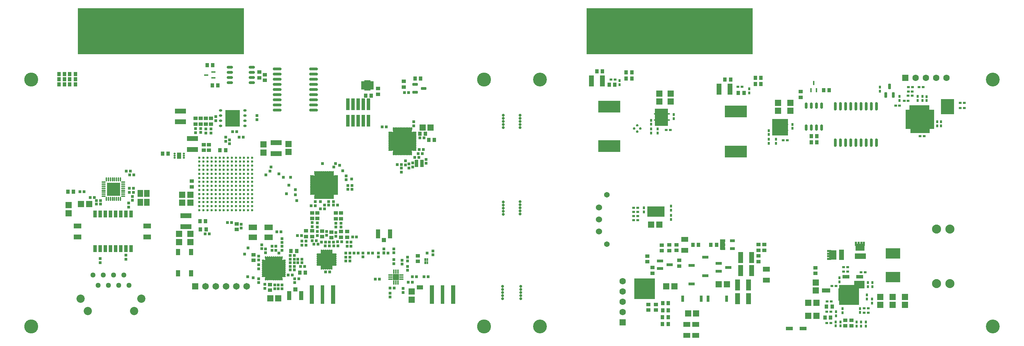
<source format=gts>
G04*
G04 #@! TF.GenerationSoftware,Altium Limited,Altium Designer,21.5.1 (32)*
G04*
G04 Layer_Color=8388736*
%FSLAX25Y25*%
%MOIN*%
G70*
G04*
G04 #@! TF.SameCoordinates,ABBC0749-13DB-4E68-987F-24248C34E95F*
G04*
G04*
G04 #@! TF.FilePolarity,Negative*
G04*
G01*
G75*
%ADD11R,0.21300X0.11400*%
%ADD12R,0.01775X0.04375*%
%ADD23R,0.10600X0.10600*%
%ADD24R,0.01200X0.03200*%
%ADD25R,0.03200X0.01200*%
%ADD29R,0.02800X0.05900*%
%ADD30R,0.05900X0.02800*%
G04:AMPARAMS|DCode=35|XSize=51.18mil|YSize=23.62mil|CornerRadius=2.01mil|HoleSize=0mil|Usage=FLASHONLY|Rotation=90.000|XOffset=0mil|YOffset=0mil|HoleType=Round|Shape=RoundedRectangle|*
%AMROUNDEDRECTD35*
21,1,0.05118,0.01961,0,0,90.0*
21,1,0.04717,0.02362,0,0,90.0*
1,1,0.00402,0.00980,0.02358*
1,1,0.00402,0.00980,-0.02358*
1,1,0.00402,-0.00980,-0.02358*
1,1,0.00402,-0.00980,0.02358*
%
%ADD35ROUNDEDRECTD35*%
%ADD36R,0.02264X0.01378*%
%ADD37R,0.01378X0.02264*%
%ADD79R,0.03900X0.06100*%
%ADD81R,0.04375X0.01775*%
%ADD97R,0.01378X0.02264*%
%ADD98R,0.02264X0.01378*%
G04:AMPARAMS|DCode=99|XSize=51.18mil|YSize=23.62mil|CornerRadius=2.01mil|HoleSize=0mil|Usage=FLASHONLY|Rotation=0.000|XOffset=0mil|YOffset=0mil|HoleType=Round|Shape=RoundedRectangle|*
%AMROUNDEDRECTD99*
21,1,0.05118,0.01961,0,0,0.0*
21,1,0.04717,0.02362,0,0,0.0*
1,1,0.00402,0.02358,-0.00980*
1,1,0.00402,-0.02358,-0.00980*
1,1,0.00402,-0.02358,0.00980*
1,1,0.00402,0.02358,0.00980*
%
%ADD99ROUNDEDRECTD99*%
%ADD100R,0.04134X0.08661*%
%ADD101R,0.03937X0.04134*%
%ADD102R,0.03937X0.17953*%
%ADD103R,0.03347X0.17953*%
%ADD111C,0.08800*%
%ADD113C,0.06000*%
%ADD161R,0.10000X0.07500*%
%ADD162R,0.08000X0.04000*%
%ADD163R,0.05000X0.10000*%
%ADD164R,0.11000X0.05500*%
%ADD165R,0.03000X0.12000*%
%ADD166R,0.19500X0.19500*%
%ADD167R,0.20500X0.20500*%
%ADD168R,0.16500X0.10000*%
%ADD169R,0.13000X0.16500*%
%ADD170R,0.15500X0.16000*%
%ADD171R,0.18500X0.06000*%
%ADD172R,0.06000X0.18500*%
%ADD173R,0.19500X0.05500*%
%ADD174R,0.06500X0.18500*%
%ADD175R,0.13000X0.15000*%
%ADD176R,1.61500X0.44500*%
%ADD177R,0.06000X0.04200*%
%ADD178R,0.00500X0.02000*%
%ADD179R,0.03400X0.01000*%
%ADD180R,0.27000X0.19000*%
%ADD181R,0.19000X0.27000*%
%ADD182R,0.06000X0.08000*%
%ADD183R,0.03500X0.08000*%
%ADD184R,0.06000X0.03000*%
%ADD185R,0.19000X0.12000*%
%ADD186R,0.11000X0.19000*%
%ADD187R,0.27000X0.18000*%
%ADD188R,0.18000X0.27000*%
%ADD189R,0.23000X0.17000*%
%ADD190R,0.17000X0.23000*%
%ADD191R,0.21660X0.11817*%
%ADD192O,0.02762X0.06109*%
%ADD193R,0.04400X0.01600*%
%ADD194R,0.01600X0.04400*%
%ADD195R,0.16900X0.16900*%
%ADD196O,0.02762X0.01345*%
%ADD197O,0.01345X0.02762*%
%ADD198R,0.08471X0.08471*%
%ADD199R,0.03747X0.01502*%
%ADD200R,0.01502X0.03747*%
%ADD201R,0.10046X0.10046*%
%ADD202R,0.02762X0.02368*%
%ADD203R,0.02368X0.02762*%
%ADD204R,0.06306X0.05912*%
%ADD205R,0.01916X0.03117*%
%ADD206R,0.04475X0.03117*%
%ADD207R,0.06699X0.03747*%
%ADD208R,0.05912X0.06306*%
%ADD209R,0.04731X0.02959*%
%ADD210O,0.02762X0.08274*%
%ADD211R,0.03747X0.01778*%
%ADD212R,0.06699X0.09849*%
%ADD213R,0.03550X0.03943*%
%ADD214R,0.03943X0.03550*%
%ADD215R,0.07093X0.04731*%
%ADD216R,0.06109X0.02762*%
%ADD217R,0.02000X0.04300*%
%ADD218R,0.04300X0.02000*%
%ADD219R,0.13900X0.09900*%
%ADD220R,0.30700X0.40400*%
%ADD221R,0.02368X0.40400*%
%ADD222R,0.04731X0.10636*%
%ADD223O,0.03150X0.02362*%
%ADD224R,0.13976X0.16339*%
%ADD225R,0.02559X0.02953*%
%ADD226R,0.03740X0.04134*%
%ADD227R,0.18701X0.18701*%
%ADD228O,0.04331X0.01378*%
%ADD229O,0.01378X0.04331*%
%ADD230R,0.02591X0.02591*%
%ADD231R,0.02953X0.02559*%
%ADD232R,0.04134X0.03740*%
%ADD233R,0.05709X0.06693*%
%ADD234R,0.12795X0.12795*%
%ADD235O,0.03937X0.01575*%
%ADD236O,0.01575X0.03937*%
%ADD237R,0.06102X0.06496*%
%ADD238R,0.06496X0.06102*%
%ADD239R,0.02284X0.02815*%
%ADD240R,0.01496X0.02815*%
%ADD241R,0.02815X0.01496*%
%ADD242R,0.02815X0.02284*%
%ADD243R,0.06496X0.06496*%
%ADD244O,0.04134X0.01575*%
%ADD245O,0.01575X0.04134*%
%ADD246R,0.03976X0.06221*%
%ADD247O,0.02165X0.01772*%
%ADD248R,0.03583X0.07087*%
%ADD249O,0.06109X0.02762*%
G04:AMPARAMS|DCode=250|XSize=33.53mil|YSize=16.2mil|CornerRadius=3.95mil|HoleSize=0mil|Usage=FLASHONLY|Rotation=0.000|XOffset=0mil|YOffset=0mil|HoleType=Round|Shape=RoundedRectangle|*
%AMROUNDEDRECTD250*
21,1,0.03353,0.00830,0,0,0.0*
21,1,0.02562,0.01620,0,0,0.0*
1,1,0.00791,0.01281,-0.00415*
1,1,0.00791,-0.01281,-0.00415*
1,1,0.00791,-0.01281,0.00415*
1,1,0.00791,0.01281,0.00415*
%
%ADD250ROUNDEDRECTD250*%
G04:AMPARAMS|DCode=251|XSize=169.35mil|YSize=19.75mil|CornerRadius=3.97mil|HoleSize=0mil|Usage=FLASHONLY|Rotation=0.000|XOffset=0mil|YOffset=0mil|HoleType=Round|Shape=RoundedRectangle|*
%AMROUNDEDRECTD251*
21,1,0.16935,0.01181,0,0,0.0*
21,1,0.16142,0.01975,0,0,0.0*
1,1,0.00794,0.08071,-0.00591*
1,1,0.00794,-0.08071,-0.00591*
1,1,0.00794,-0.08071,0.00591*
1,1,0.00794,0.08071,0.00591*
%
%ADD251ROUNDEDRECTD251*%
G04:AMPARAMS|DCode=252|XSize=13.84mil|YSize=23.68mil|CornerRadius=3.97mil|HoleSize=0mil|Usage=FLASHONLY|Rotation=90.000|XOffset=0mil|YOffset=0mil|HoleType=Round|Shape=RoundedRectangle|*
%AMROUNDEDRECTD252*
21,1,0.01384,0.01575,0,0,90.0*
21,1,0.00591,0.02368,0,0,90.0*
1,1,0.00794,0.00787,0.00295*
1,1,0.00794,0.00787,-0.00295*
1,1,0.00794,-0.00787,-0.00295*
1,1,0.00794,-0.00787,0.00295*
%
%ADD252ROUNDEDRECTD252*%
G04:AMPARAMS|DCode=253|XSize=13.84mil|YSize=23.68mil|CornerRadius=3.97mil|HoleSize=0mil|Usage=FLASHONLY|Rotation=0.000|XOffset=0mil|YOffset=0mil|HoleType=Round|Shape=RoundedRectangle|*
%AMROUNDEDRECTD253*
21,1,0.01384,0.01575,0,0,0.0*
21,1,0.00591,0.02368,0,0,0.0*
1,1,0.00794,0.00295,-0.00787*
1,1,0.00794,-0.00295,-0.00787*
1,1,0.00794,-0.00295,0.00787*
1,1,0.00794,0.00295,0.00787*
%
%ADD253ROUNDEDRECTD253*%
G04:AMPARAMS|DCode=254|XSize=13.84mil|YSize=47.31mil|CornerRadius=3.97mil|HoleSize=0mil|Usage=FLASHONLY|Rotation=0.000|XOffset=0mil|YOffset=0mil|HoleType=Round|Shape=RoundedRectangle|*
%AMROUNDEDRECTD254*
21,1,0.01384,0.03937,0,0,0.0*
21,1,0.00591,0.04731,0,0,0.0*
1,1,0.00794,0.00295,-0.01968*
1,1,0.00794,-0.00295,-0.01968*
1,1,0.00794,-0.00295,0.01968*
1,1,0.00794,0.00295,0.01968*
%
%ADD254ROUNDEDRECTD254*%
G04:AMPARAMS|DCode=255|XSize=169.35mil|YSize=113.84mil|CornerRadius=4.2mil|HoleSize=0mil|Usage=FLASHONLY|Rotation=0.000|XOffset=0mil|YOffset=0mil|HoleType=Round|Shape=RoundedRectangle|*
%AMROUNDEDRECTD255*
21,1,0.16935,0.10545,0,0,0.0*
21,1,0.16096,0.11384,0,0,0.0*
1,1,0.00839,0.08048,-0.05272*
1,1,0.00839,-0.08048,-0.05272*
1,1,0.00839,-0.08048,0.05272*
1,1,0.00839,0.08048,0.05272*
%
%ADD255ROUNDEDRECTD255*%
%ADD256C,0.02362*%
%ADD257R,0.03504X0.11575*%
%ADD258R,0.03543X0.03347*%
%ADD259R,0.08491X0.05291*%
%ADD260R,0.17520X0.17520*%
%ADD261O,0.03740X0.01575*%
%ADD262O,0.01575X0.03740*%
%ADD263O,0.08465X0.02953*%
%ADD264R,0.09646X0.09646*%
%ADD265R,0.07284X0.04921*%
%ADD266R,0.30891X0.40591*%
%ADD267R,0.02559X0.40591*%
%ADD268R,0.02591X0.02591*%
%ADD269R,0.10827X0.04921*%
%ADD270C,0.02800*%
%ADD271C,0.05400*%
%ADD272C,0.13400*%
%ADD273C,0.06306*%
%ADD274R,0.06306X0.06306*%
%ADD275R,0.06306X0.06306*%
%ADD276C,0.06496*%
%ADD277R,0.06496X0.06496*%
%ADD278C,0.07991*%
%ADD279C,0.05091*%
%ADD280C,0.13591*%
G36*
X731101Y325763D02*
X731493Y325502D01*
X731754Y325110D01*
X731846Y324648D01*
X731754Y324186D01*
X731493Y323794D01*
X731101Y323532D01*
X730639Y323440D01*
X730177Y323532D01*
X729785Y323794D01*
X729523Y324186D01*
X729431Y324648D01*
X729523Y325110D01*
X729785Y325502D01*
X730177Y325763D01*
X730639Y325855D01*
X731101Y325763D01*
D02*
G37*
G36*
X734152Y322712D02*
X734544Y322450D01*
X734806Y322059D01*
X734898Y321597D01*
X734806Y321134D01*
X734544Y320743D01*
X734152Y320481D01*
X733690Y320389D01*
X733228Y320481D01*
X732836Y320743D01*
X732575Y321134D01*
X732483Y321597D01*
X732575Y322059D01*
X732836Y322450D01*
X733228Y322712D01*
X733690Y322804D01*
X734152Y322712D01*
D02*
G37*
G36*
X728050D02*
X728442Y322450D01*
X728703Y322059D01*
X728795Y321597D01*
X728703Y321134D01*
X728442Y320743D01*
X728050Y320481D01*
X727588Y320389D01*
X727126Y320481D01*
X726734Y320743D01*
X726472Y321134D01*
X726380Y321597D01*
X726472Y322059D01*
X726734Y322450D01*
X727126Y322712D01*
X727588Y322804D01*
X728050Y322712D01*
D02*
G37*
G36*
X731101Y319661D02*
X731493Y319399D01*
X731754Y319007D01*
X731846Y318545D01*
X731754Y318083D01*
X731493Y317692D01*
X731101Y317430D01*
X730639Y317338D01*
X730177Y317430D01*
X729785Y317692D01*
X729523Y318083D01*
X729431Y318545D01*
X729523Y319007D01*
X729785Y319399D01*
X730177Y319661D01*
X730639Y319753D01*
X731101Y319661D01*
D02*
G37*
G36*
X846160Y315720D02*
X846552Y315459D01*
X846814Y315067D01*
X846906Y314605D01*
X846814Y314143D01*
X846552Y313751D01*
X846160Y313489D01*
X845698Y313397D01*
X845236Y313489D01*
X844845Y313751D01*
X844583Y314143D01*
X844491Y314605D01*
X844583Y315067D01*
X844845Y315459D01*
X845236Y315720D01*
X845698Y315812D01*
X846160Y315720D01*
D02*
G37*
G36*
X707093Y314763D02*
X707485Y314502D01*
X707747Y314110D01*
X707839Y313648D01*
X707747Y313186D01*
X707485Y312794D01*
X707093Y312532D01*
X706631Y312440D01*
X706169Y312532D01*
X705777Y312794D01*
X705516Y313186D01*
X705424Y313648D01*
X705516Y314110D01*
X705777Y314502D01*
X706169Y314763D01*
X706631Y314855D01*
X707093Y314763D01*
D02*
G37*
G36*
X849212Y312669D02*
X849603Y312407D01*
X849865Y312016D01*
X849957Y311554D01*
X849865Y311092D01*
X849603Y310700D01*
X849212Y310438D01*
X848750Y310346D01*
X848287Y310438D01*
X847896Y310700D01*
X847634Y311092D01*
X847542Y311554D01*
X847634Y312016D01*
X847896Y312407D01*
X848287Y312669D01*
X848750Y312761D01*
X849212Y312669D01*
D02*
G37*
G36*
X843109D02*
X843501Y312407D01*
X843763Y312016D01*
X843855Y311554D01*
X843763Y311092D01*
X843501Y310700D01*
X843109Y310438D01*
X842647Y310346D01*
X842185Y310438D01*
X841793Y310700D01*
X841532Y311092D01*
X841440Y311554D01*
X841532Y312016D01*
X841793Y312407D01*
X842185Y312669D01*
X842647Y312761D01*
X843109Y312669D01*
D02*
G37*
G36*
X710144Y311712D02*
X710536Y311450D01*
X710798Y311059D01*
X710890Y310597D01*
X710798Y310135D01*
X710536Y309743D01*
X710144Y309481D01*
X709682Y309389D01*
X709220Y309481D01*
X708828Y309743D01*
X708567Y310135D01*
X708475Y310597D01*
X708567Y311059D01*
X708828Y311450D01*
X709220Y311712D01*
X709682Y311804D01*
X710144Y311712D01*
D02*
G37*
G36*
X704042D02*
X704434Y311450D01*
X704696Y311059D01*
X704787Y310597D01*
X704696Y310135D01*
X704434Y309743D01*
X704042Y309481D01*
X703580Y309389D01*
X703118Y309481D01*
X702726Y309743D01*
X702464Y310135D01*
X702373Y310597D01*
X702464Y311059D01*
X702726Y311450D01*
X703118Y311712D01*
X703580Y311804D01*
X704042Y311712D01*
D02*
G37*
G36*
X846160Y309618D02*
X846552Y309356D01*
X846814Y308964D01*
X846906Y308502D01*
X846814Y308040D01*
X846552Y307649D01*
X846160Y307387D01*
X845698Y307295D01*
X845236Y307387D01*
X844845Y307649D01*
X844583Y308040D01*
X844491Y308502D01*
X844583Y308964D01*
X844845Y309356D01*
X845236Y309618D01*
X845698Y309710D01*
X846160Y309618D01*
D02*
G37*
G36*
X707093Y308661D02*
X707485Y308399D01*
X707747Y308008D01*
X707839Y307545D01*
X707747Y307083D01*
X707485Y306692D01*
X707093Y306430D01*
X706631Y306338D01*
X706169Y306430D01*
X705777Y306692D01*
X705516Y307083D01*
X705424Y307545D01*
X705516Y308008D01*
X705777Y308399D01*
X706169Y308661D01*
X706631Y308753D01*
X707093Y308661D01*
D02*
G37*
G36*
X352545Y211850D02*
X344646D01*
Y216550D01*
X352545D01*
Y211850D01*
D02*
G37*
G36*
X337245D02*
X329345D01*
Y216550D01*
X337245D01*
Y211850D01*
D02*
G37*
G36*
X352545Y202450D02*
X344646D01*
Y207150D01*
X352545D01*
Y202450D01*
D02*
G37*
G36*
X337245D02*
X329345D01*
Y207150D01*
X337245D01*
Y202450D01*
D02*
G37*
G36*
X927535Y191650D02*
X918735D01*
Y198450D01*
X927535D01*
Y191650D01*
D02*
G37*
G36*
X900035Y183150D02*
X893235D01*
Y191950D01*
X900035D01*
Y183150D01*
D02*
G37*
D11*
X679635Y293450D02*
D03*
Y331650D02*
D03*
D12*
X878185Y354636D02*
D03*
X880941Y347550D02*
D03*
X875429D02*
D03*
D23*
X713477Y155219D02*
D03*
D24*
X717315Y147769D02*
D03*
X714756D02*
D03*
X712197D02*
D03*
X709638D02*
D03*
Y162669D02*
D03*
X712197D02*
D03*
X714756D02*
D03*
X717315D02*
D03*
D25*
X706027Y151381D02*
D03*
Y153940D02*
D03*
Y156499D02*
D03*
Y159058D02*
D03*
X720927D02*
D03*
Y156499D02*
D03*
Y153940D02*
D03*
Y151381D02*
D03*
D29*
X793385Y144959D02*
D03*
X775485D02*
D03*
X750985D02*
D03*
X768885D02*
D03*
D30*
X772935Y185409D02*
D03*
Y167509D02*
D03*
X759435Y177410D02*
D03*
Y159510D02*
D03*
D35*
X951905Y351343D02*
D03*
X955645Y343076D02*
D03*
X948165D02*
D03*
D36*
X1004393Y329548D02*
D03*
Y331517D02*
D03*
Y333485D02*
D03*
X1011578D02*
D03*
Y331517D02*
D03*
Y329548D02*
D03*
D37*
X1005033Y336093D02*
D03*
X1007001D02*
D03*
X1008970D02*
D03*
X1010938D02*
D03*
Y326940D02*
D03*
X1008970D02*
D03*
X1007001D02*
D03*
X1005033D02*
D03*
D79*
X260646Y169665D02*
D03*
X273245D02*
D03*
Y190335D02*
D03*
X260646D02*
D03*
D81*
X294989Y359744D02*
D03*
Y365256D02*
D03*
X287902Y362500D02*
D03*
D97*
X442477Y356093D02*
D03*
X444446D02*
D03*
X446414D02*
D03*
Y348907D02*
D03*
X444446D02*
D03*
X442477D02*
D03*
D98*
X449022Y355453D02*
D03*
Y353484D02*
D03*
Y351516D02*
D03*
Y349547D02*
D03*
X439869D02*
D03*
Y351516D02*
D03*
Y353484D02*
D03*
Y355453D02*
D03*
D99*
X499079Y349500D02*
D03*
X490812Y345760D02*
D03*
Y353240D02*
D03*
D100*
X368638Y148000D02*
D03*
X380253D02*
D03*
X466437Y208000D02*
D03*
X454823D02*
D03*
D101*
X374446Y154004D02*
D03*
X460630Y201996D02*
D03*
D102*
X507315Y149177D02*
D03*
X527945D02*
D03*
X390631D02*
D03*
X411260D02*
D03*
D103*
X517630D02*
D03*
X400946D02*
D03*
D111*
X1010635Y159550D02*
D03*
X997635D02*
D03*
X1010635Y212550D02*
D03*
X997635D02*
D03*
D113*
X669635Y210250D02*
D03*
Y222050D02*
D03*
Y233850D02*
D03*
D161*
X922635Y158800D02*
D03*
D162*
X890135Y153050D02*
D03*
D163*
X789635Y197550D02*
D03*
X905135Y187550D02*
D03*
D164*
X923635Y186300D02*
D03*
D165*
X903635Y149050D02*
D03*
D166*
X912385Y148800D02*
D03*
D167*
X713885Y154800D02*
D03*
D168*
X724885Y229550D02*
D03*
D169*
X730135Y321300D02*
D03*
D170*
X845385Y311550D02*
D03*
D171*
X981385Y309050D02*
D03*
D172*
X992135Y319300D02*
D03*
D173*
X980885Y330300D02*
D03*
D174*
X970885Y319300D02*
D03*
D175*
X1008135Y331550D02*
D03*
D176*
X738135Y405050D02*
D03*
X243946Y405000D02*
D03*
D177*
X495635Y155900D02*
D03*
D178*
X487696Y310500D02*
D03*
D179*
X497625Y276500D02*
D03*
X492266D02*
D03*
D180*
X402446Y255500D02*
D03*
D181*
D03*
D182*
X444446Y351500D02*
D03*
D183*
X448696Y352500D02*
D03*
X440196D02*
D03*
D184*
X444446Y356000D02*
D03*
D185*
X404946Y183000D02*
D03*
D186*
D03*
D187*
X478445Y298000D02*
D03*
D188*
D03*
D189*
X353446Y174500D02*
D03*
D190*
D03*
D191*
X802635Y327050D02*
D03*
Y288073D02*
D03*
D192*
X870929Y332778D02*
D03*
X875929D02*
D03*
X880929D02*
D03*
X885929D02*
D03*
Y311321D02*
D03*
X880929D02*
D03*
X875929D02*
D03*
X870929D02*
D03*
D193*
X970267Y327194D02*
D03*
Y324635D02*
D03*
Y322076D02*
D03*
Y319517D02*
D03*
Y316958D02*
D03*
Y314399D02*
D03*
Y311840D02*
D03*
X992267Y311840D02*
D03*
Y314399D02*
D03*
Y316958D02*
D03*
Y319517D02*
D03*
Y322076D02*
D03*
Y324635D02*
D03*
Y327194D02*
D03*
D194*
X973590Y308517D02*
D03*
X976149D02*
D03*
X978708D02*
D03*
X981267D02*
D03*
X983826D02*
D03*
X986385D02*
D03*
X988944D02*
D03*
X988944Y330517D02*
D03*
X986385D02*
D03*
X983826D02*
D03*
X981267D02*
D03*
X978708D02*
D03*
X976149D02*
D03*
X973590D02*
D03*
D195*
X981267Y319517D02*
D03*
D196*
X737135Y324550D02*
D03*
X724143D02*
D03*
Y318644D02*
D03*
X737135D02*
D03*
X852194Y314507D02*
D03*
X839202D02*
D03*
Y308601D02*
D03*
X852194D02*
D03*
D197*
X734576Y328093D02*
D03*
X732607D02*
D03*
X730639D02*
D03*
X728670D02*
D03*
X726702D02*
D03*
Y315101D02*
D03*
X728670D02*
D03*
X730639D02*
D03*
X732607D02*
D03*
X734576D02*
D03*
X849635Y318050D02*
D03*
X847666D02*
D03*
X845698D02*
D03*
X843729D02*
D03*
X841761D02*
D03*
Y305058D02*
D03*
X843729D02*
D03*
X845698D02*
D03*
X847666D02*
D03*
X849635D02*
D03*
D198*
X730639Y321597D02*
D03*
X845698Y311554D02*
D03*
D199*
X904293Y153829D02*
D03*
Y151860D02*
D03*
Y149892D02*
D03*
Y147923D02*
D03*
Y145955D02*
D03*
Y143986D02*
D03*
X919844D02*
D03*
Y145955D02*
D03*
Y147923D02*
D03*
Y149892D02*
D03*
Y151860D02*
D03*
Y153829D02*
D03*
D200*
X907146Y141132D02*
D03*
X909115D02*
D03*
X911084D02*
D03*
X913053D02*
D03*
X915022D02*
D03*
X916991D02*
D03*
Y156683D02*
D03*
X915022D02*
D03*
X913053D02*
D03*
X911084D02*
D03*
X909115D02*
D03*
X907146D02*
D03*
D201*
X912068Y148907D02*
D03*
D202*
X969954Y337517D02*
D03*
X966017D02*
D03*
X969858Y342399D02*
D03*
X973794D02*
D03*
X970017Y346517D02*
D03*
X973954D02*
D03*
X707070Y221450D02*
D03*
X703133D02*
D03*
X707070Y225450D02*
D03*
X703133D02*
D03*
X707070Y233450D02*
D03*
X703133D02*
D03*
X961614Y332576D02*
D03*
X957677D02*
D03*
X685104Y358050D02*
D03*
X681167D02*
D03*
X808603Y351050D02*
D03*
X804667D02*
D03*
X931261Y135829D02*
D03*
X927324D02*
D03*
X895824Y157329D02*
D03*
X899761D02*
D03*
X891324Y142329D02*
D03*
X895261D02*
D03*
X894761Y121329D02*
D03*
X890824D02*
D03*
X907324Y171329D02*
D03*
X911261D02*
D03*
X1020517Y335517D02*
D03*
X1024454D02*
D03*
X1020517Y330517D02*
D03*
X1024454D02*
D03*
X980667Y350550D02*
D03*
X984604D02*
D03*
X981517Y303017D02*
D03*
X985454D02*
D03*
X974104Y350550D02*
D03*
X970166D02*
D03*
X707070Y229450D02*
D03*
X703133D02*
D03*
X734938Y309050D02*
D03*
X738875D02*
D03*
X848666Y299050D02*
D03*
X852604D02*
D03*
X927324Y131329D02*
D03*
X931261D02*
D03*
X924324Y170829D02*
D03*
X928261D02*
D03*
X894761Y132329D02*
D03*
X890824D02*
D03*
X911261Y175829D02*
D03*
X907324D02*
D03*
D203*
X983679Y337669D02*
D03*
Y341606D02*
D03*
X987986Y337548D02*
D03*
Y341485D02*
D03*
X979014Y337669D02*
D03*
Y341606D02*
D03*
X739601Y230981D02*
D03*
Y234918D02*
D03*
X689635Y353081D02*
D03*
Y357018D02*
D03*
X720135Y318518D02*
D03*
Y314581D02*
D03*
X742135Y324018D02*
D03*
Y320081D02*
D03*
X815635Y345081D02*
D03*
Y349018D02*
D03*
X834635Y308518D02*
D03*
Y304581D02*
D03*
X857635Y314518D02*
D03*
Y310581D02*
D03*
X923135Y135518D02*
D03*
Y131581D02*
D03*
X924293Y122297D02*
D03*
Y118360D02*
D03*
X928793Y122297D02*
D03*
Y118360D02*
D03*
X904135Y118581D02*
D03*
Y122518D02*
D03*
X919793Y118360D02*
D03*
Y122297D02*
D03*
X899793Y132297D02*
D03*
Y128360D02*
D03*
X930793Y156860D02*
D03*
Y160797D02*
D03*
X935293Y156860D02*
D03*
Y160797D02*
D03*
X899635Y122518D02*
D03*
Y118581D02*
D03*
X942645Y350544D02*
D03*
Y346607D02*
D03*
X961645Y341544D02*
D03*
Y337607D02*
D03*
X998014Y317074D02*
D03*
Y313137D02*
D03*
X1001985Y316985D02*
D03*
Y313048D02*
D03*
X739601Y221981D02*
D03*
Y225918D02*
D03*
X713101Y229481D02*
D03*
Y233418D02*
D03*
X720135Y310018D02*
D03*
Y306081D02*
D03*
X726635Y310018D02*
D03*
Y306081D02*
D03*
X834635Y300018D02*
D03*
Y296081D02*
D03*
X841635Y300018D02*
D03*
Y296081D02*
D03*
X929793Y148797D02*
D03*
Y144860D02*
D03*
X934793Y144797D02*
D03*
Y140860D02*
D03*
X906293Y135297D02*
D03*
Y131360D02*
D03*
X924293Y160797D02*
D03*
Y156860D02*
D03*
X903293Y165297D02*
D03*
Y161360D02*
D03*
D204*
X942793Y146766D02*
D03*
Y138892D02*
D03*
X880293Y160766D02*
D03*
Y152892D02*
D03*
X728135Y344487D02*
D03*
Y336613D02*
D03*
X739135Y344487D02*
D03*
Y336613D02*
D03*
X843635Y335487D02*
D03*
Y327613D02*
D03*
X855635Y335487D02*
D03*
Y327613D02*
D03*
X966793Y146766D02*
D03*
Y138892D02*
D03*
X954793Y146766D02*
D03*
Y138892D02*
D03*
D205*
X892728Y152829D02*
D03*
D206*
X889137D02*
D03*
D207*
X867828Y116050D02*
D03*
X854442D02*
D03*
X909600Y166329D02*
D03*
X922986D02*
D03*
D208*
X728038Y216950D02*
D03*
X720164D02*
D03*
X872900Y128394D02*
D03*
X880775D02*
D03*
X872900Y140894D02*
D03*
X880775D02*
D03*
X793872Y158959D02*
D03*
X785998D02*
D03*
X734998Y156959D02*
D03*
X742872D02*
D03*
X756040Y130719D02*
D03*
X763914D02*
D03*
D209*
X789711Y201200D02*
D03*
Y197459D02*
D03*
Y193719D02*
D03*
X799159D02*
D03*
Y201200D02*
D03*
D210*
X939326Y332115D02*
D03*
X934326D02*
D03*
X929326D02*
D03*
X924326D02*
D03*
X919326D02*
D03*
X914326D02*
D03*
X909326D02*
D03*
X904326D02*
D03*
X899326D02*
D03*
X939326Y296682D02*
D03*
X934326D02*
D03*
X929326D02*
D03*
X924326D02*
D03*
X919326D02*
D03*
X914326D02*
D03*
X909326D02*
D03*
X904326D02*
D03*
X899326D02*
D03*
D211*
X718987Y233450D02*
D03*
Y230891D02*
D03*
Y228332D02*
D03*
Y225773D02*
D03*
X730601D02*
D03*
Y228332D02*
D03*
Y230891D02*
D03*
Y233450D02*
D03*
D212*
X724794Y229611D02*
D03*
D213*
X889037Y126829D02*
D03*
X894549D02*
D03*
X731386Y140719D02*
D03*
X736898D02*
D03*
X731179Y126960D02*
D03*
X736691D02*
D03*
X766191Y197459D02*
D03*
X760679D02*
D03*
X695879Y365050D02*
D03*
X701391D02*
D03*
X821379Y359550D02*
D03*
X826891D02*
D03*
X896049Y137329D02*
D03*
X890537D02*
D03*
X695879Y359050D02*
D03*
X701391D02*
D03*
X821379Y353550D02*
D03*
X826891D02*
D03*
X797391Y358050D02*
D03*
X791879D02*
D03*
X881236Y303128D02*
D03*
X875724D02*
D03*
X875724Y297128D02*
D03*
X881236D02*
D03*
X887673Y347550D02*
D03*
X893185D02*
D03*
X679379Y353050D02*
D03*
X684891D02*
D03*
X804879Y345050D02*
D03*
X810391D02*
D03*
X783691Y197459D02*
D03*
X778179D02*
D03*
X731386Y133719D02*
D03*
X736898D02*
D03*
X736691Y120459D02*
D03*
X731179D02*
D03*
X672891Y366050D02*
D03*
X667379D02*
D03*
D214*
X721635Y169794D02*
D03*
Y175306D02*
D03*
X824666Y181114D02*
D03*
Y186625D02*
D03*
Y192113D02*
D03*
Y197625D02*
D03*
X747435Y182215D02*
D03*
Y176704D02*
D03*
X724977Y133964D02*
D03*
Y139475D02*
D03*
X730666Y197125D02*
D03*
Y191613D02*
D03*
X744977Y191964D02*
D03*
Y197475D02*
D03*
X716477Y186475D02*
D03*
Y180964D02*
D03*
X908793Y124085D02*
D03*
Y118573D02*
D03*
X914793Y124085D02*
D03*
Y118573D02*
D03*
X865635Y346306D02*
D03*
Y340794D02*
D03*
X879793Y169573D02*
D03*
Y175085D02*
D03*
X717642Y139475D02*
D03*
Y133964D02*
D03*
X830166Y192113D02*
D03*
Y197625D02*
D03*
X737856Y197275D02*
D03*
Y191763D02*
D03*
D215*
X832166Y163054D02*
D03*
Y173684D02*
D03*
X752935Y202775D02*
D03*
Y192145D02*
D03*
X754977Y109404D02*
D03*
Y120034D02*
D03*
X763477Y109404D02*
D03*
Y120034D02*
D03*
D216*
X785809Y179200D02*
D03*
Y171719D02*
D03*
X795061Y175460D02*
D03*
X728977Y181719D02*
D03*
Y174239D02*
D03*
X738229Y177979D02*
D03*
D217*
X919296Y198425D02*
D03*
X921856D02*
D03*
X924415D02*
D03*
X926974D02*
D03*
Y186675D02*
D03*
X924415D02*
D03*
X921856D02*
D03*
X919296D02*
D03*
D218*
X893260Y183711D02*
D03*
Y186270D02*
D03*
Y188829D02*
D03*
Y191388D02*
D03*
X905010D02*
D03*
Y188829D02*
D03*
Y186270D02*
D03*
Y183711D02*
D03*
D219*
X955135Y189050D02*
D03*
Y166050D02*
D03*
D220*
X676735Y403325D02*
D03*
X724035D02*
D03*
D221*
X811785D02*
D03*
X808635D02*
D03*
X805485D02*
D03*
X802335D02*
D03*
X799185D02*
D03*
X796035D02*
D03*
X792885D02*
D03*
X786585D02*
D03*
X789735D02*
D03*
X783435D02*
D03*
X780285D02*
D03*
X777135D02*
D03*
X773985D02*
D03*
X770835D02*
D03*
X767685D02*
D03*
X764535D02*
D03*
X758235D02*
D03*
X755085D02*
D03*
X761385D02*
D03*
X814935D02*
D03*
D222*
X662320Y356550D02*
D03*
X672950D02*
D03*
X786320Y348550D02*
D03*
X796950D02*
D03*
X817750Y184959D02*
D03*
X807120D02*
D03*
X817750Y172459D02*
D03*
X807120D02*
D03*
X814750Y158459D02*
D03*
X804120D02*
D03*
X814750Y144959D02*
D03*
X804120D02*
D03*
D223*
X325539Y313000D02*
D03*
Y318000D02*
D03*
Y323000D02*
D03*
Y328000D02*
D03*
X301720D02*
D03*
Y323000D02*
D03*
Y318000D02*
D03*
Y313000D02*
D03*
D224*
X313630Y320500D02*
D03*
D225*
X479130Y151031D02*
D03*
Y154969D02*
D03*
X297130Y318032D02*
D03*
Y321969D02*
D03*
X337130Y322969D02*
D03*
Y319032D02*
D03*
X212630Y234032D02*
D03*
Y237968D02*
D03*
X216130Y244468D02*
D03*
Y240531D02*
D03*
X460630Y189532D02*
D03*
Y193468D02*
D03*
X455130Y185531D02*
D03*
Y189469D02*
D03*
X440130Y185531D02*
D03*
Y189469D02*
D03*
X470130Y193468D02*
D03*
Y189532D02*
D03*
X508130Y191469D02*
D03*
Y187531D02*
D03*
X483630Y185468D02*
D03*
Y181532D02*
D03*
X478130Y182468D02*
D03*
Y178532D02*
D03*
X470130Y179032D02*
D03*
Y182968D02*
D03*
X483630Y176469D02*
D03*
Y172531D02*
D03*
X466630Y146531D02*
D03*
Y150469D02*
D03*
X310445Y299468D02*
D03*
Y295532D02*
D03*
X395946Y218724D02*
D03*
Y214787D02*
D03*
X373945Y160563D02*
D03*
Y164500D02*
D03*
X354446Y158468D02*
D03*
Y154532D02*
D03*
X338945Y182531D02*
D03*
Y186469D02*
D03*
X361445Y192032D02*
D03*
Y195968D02*
D03*
X344945Y155032D02*
D03*
Y158968D02*
D03*
X338946Y164469D02*
D03*
Y160531D02*
D03*
X351945Y192032D02*
D03*
Y195968D02*
D03*
X355445Y192032D02*
D03*
Y195968D02*
D03*
X357945Y158468D02*
D03*
Y154532D02*
D03*
X384945Y197031D02*
D03*
Y200969D02*
D03*
X380945Y197031D02*
D03*
Y200969D02*
D03*
X184945Y180032D02*
D03*
Y183968D02*
D03*
X209946Y183500D02*
D03*
Y187437D02*
D03*
X277446Y306287D02*
D03*
Y310224D02*
D03*
X287445Y306031D02*
D03*
Y309968D02*
D03*
X282445Y306532D02*
D03*
Y310469D02*
D03*
X292445Y306031D02*
D03*
Y309968D02*
D03*
X321946Y217469D02*
D03*
Y213531D02*
D03*
X306945Y298031D02*
D03*
Y301969D02*
D03*
X404945Y206532D02*
D03*
Y210469D02*
D03*
X423945Y260531D02*
D03*
Y264469D02*
D03*
X424945Y196031D02*
D03*
Y199969D02*
D03*
X428445Y196031D02*
D03*
Y199969D02*
D03*
X481445Y275031D02*
D03*
Y278969D02*
D03*
X390946Y218969D02*
D03*
Y215032D02*
D03*
X418946Y218468D02*
D03*
Y214531D02*
D03*
X413945Y218468D02*
D03*
Y214531D02*
D03*
X477446Y271969D02*
D03*
Y268032D02*
D03*
X361445Y203468D02*
D03*
Y199531D02*
D03*
X345445Y193468D02*
D03*
Y189532D02*
D03*
X338946Y177969D02*
D03*
Y174031D02*
D03*
X341945Y193532D02*
D03*
Y197468D02*
D03*
X361445Y158468D02*
D03*
Y154532D02*
D03*
X395946Y210224D02*
D03*
Y206287D02*
D03*
X413945Y209469D02*
D03*
Y205532D02*
D03*
X427446Y185468D02*
D03*
Y181532D02*
D03*
X423446Y185468D02*
D03*
Y181532D02*
D03*
X484945Y272031D02*
D03*
Y275969D02*
D03*
X488445Y273031D02*
D03*
Y276969D02*
D03*
X501445Y280469D02*
D03*
Y276532D02*
D03*
X489630Y316968D02*
D03*
Y313032D02*
D03*
D226*
X509627Y299500D02*
D03*
X504115D02*
D03*
X250886Y286000D02*
D03*
X245374D02*
D03*
X153374Y249000D02*
D03*
X158886D02*
D03*
X160701Y353500D02*
D03*
X155190D02*
D03*
X160701Y358500D02*
D03*
X155190D02*
D03*
X160701Y363500D02*
D03*
X155190D02*
D03*
X500957Y305500D02*
D03*
X495445D02*
D03*
X144690Y353500D02*
D03*
X150201D02*
D03*
X144690Y358500D02*
D03*
X150201D02*
D03*
X144690Y363500D02*
D03*
X150201D02*
D03*
X287701Y212500D02*
D03*
X282190D02*
D03*
X306701Y289500D02*
D03*
X301190D02*
D03*
X375701Y191500D02*
D03*
X370190D02*
D03*
X384201Y170500D02*
D03*
X378690D02*
D03*
X294201Y372000D02*
D03*
X288690D02*
D03*
X287201Y220500D02*
D03*
X281690D02*
D03*
X293690Y352500D02*
D03*
X299201D02*
D03*
X442690Y342500D02*
D03*
X448201D02*
D03*
X496201Y359000D02*
D03*
X490690D02*
D03*
D227*
X478445Y298000D02*
D03*
D228*
X490060Y306661D02*
D03*
Y305087D02*
D03*
Y303512D02*
D03*
Y301937D02*
D03*
Y300362D02*
D03*
Y298787D02*
D03*
Y297213D02*
D03*
Y295638D02*
D03*
Y294063D02*
D03*
Y292488D02*
D03*
Y290913D02*
D03*
Y289339D02*
D03*
X466831D02*
D03*
Y290913D02*
D03*
Y292488D02*
D03*
Y294063D02*
D03*
Y295638D02*
D03*
Y297213D02*
D03*
Y298787D02*
D03*
Y300362D02*
D03*
Y301937D02*
D03*
Y303512D02*
D03*
Y305087D02*
D03*
Y306661D02*
D03*
D229*
X487107Y286386D02*
D03*
X485532D02*
D03*
X483957D02*
D03*
X482382D02*
D03*
X480808D02*
D03*
X479233D02*
D03*
X477658D02*
D03*
X476083D02*
D03*
X474508D02*
D03*
X472934D02*
D03*
X471359D02*
D03*
X469784D02*
D03*
Y309614D02*
D03*
X471359D02*
D03*
X472934D02*
D03*
X474508D02*
D03*
X476083D02*
D03*
X477658D02*
D03*
X479233D02*
D03*
X480808D02*
D03*
X482382D02*
D03*
X483957D02*
D03*
X485532D02*
D03*
X487107D02*
D03*
D230*
X429130Y261500D02*
D03*
X420630Y269500D02*
D03*
X333630Y165500D02*
D03*
X358630Y189500D02*
D03*
X328630Y194500D02*
D03*
X325130Y188500D02*
D03*
X328130Y166500D02*
D03*
X502630Y189500D02*
D03*
X411446Y239500D02*
D03*
X393946D02*
D03*
X398945D02*
D03*
X406946D02*
D03*
X417446Y274621D02*
D03*
X413446Y276500D02*
D03*
X411945Y273000D02*
D03*
X400946Y276500D02*
D03*
X350945Y273000D02*
D03*
X349945Y269000D02*
D03*
X345946Y265500D02*
D03*
X358648Y266203D02*
D03*
X362946Y263000D02*
D03*
X369946D02*
D03*
X368196Y255250D02*
D03*
X375945Y240500D02*
D03*
D231*
X313661Y307500D02*
D03*
X317598D02*
D03*
X213161Y248500D02*
D03*
X217098D02*
D03*
X217098Y252500D02*
D03*
X213161D02*
D03*
X217598Y265500D02*
D03*
X213661D02*
D03*
X210161Y269000D02*
D03*
X214098D02*
D03*
X179098Y243500D02*
D03*
X175161D02*
D03*
X169067Y249000D02*
D03*
X165130D02*
D03*
X181161Y240500D02*
D03*
X185098D02*
D03*
X181161Y237000D02*
D03*
X185098D02*
D03*
X460661Y189500D02*
D03*
X464598D02*
D03*
X449598Y189500D02*
D03*
X445661D02*
D03*
X503598Y166500D02*
D03*
X499661D02*
D03*
X492098Y166500D02*
D03*
X488161D02*
D03*
X488098Y161000D02*
D03*
X484161D02*
D03*
X466661Y155500D02*
D03*
X470598D02*
D03*
X456098Y164000D02*
D03*
X452161D02*
D03*
X435598Y189500D02*
D03*
X431661D02*
D03*
X430008Y205000D02*
D03*
X433946D02*
D03*
X377914Y164500D02*
D03*
X373977D02*
D03*
X369477Y187000D02*
D03*
X373414D02*
D03*
X379477Y176500D02*
D03*
X383414D02*
D03*
X369477Y183500D02*
D03*
X373414D02*
D03*
X369477Y180000D02*
D03*
X373414D02*
D03*
X380914Y180000D02*
D03*
X376977D02*
D03*
X376477Y206500D02*
D03*
X380414D02*
D03*
X393914Y235500D02*
D03*
X389977D02*
D03*
X392477Y198000D02*
D03*
X396414D02*
D03*
X402914Y232500D02*
D03*
X398977D02*
D03*
X290914Y208000D02*
D03*
X286977D02*
D03*
X308477Y219000D02*
D03*
X312414D02*
D03*
X323914Y302000D02*
D03*
X319977D02*
D03*
X429414Y255000D02*
D03*
X425477D02*
D03*
X399977Y200000D02*
D03*
X403914D02*
D03*
X411477Y236000D02*
D03*
X415414D02*
D03*
X415914Y196500D02*
D03*
X411977D02*
D03*
X402977Y236000D02*
D03*
X406914D02*
D03*
X411414Y200000D02*
D03*
X407477D02*
D03*
X407414Y196500D02*
D03*
X403477D02*
D03*
X427414Y189500D02*
D03*
X423477D02*
D03*
X484414Y345500D02*
D03*
X480477D02*
D03*
X499414Y301500D02*
D03*
X495477D02*
D03*
X380914Y183500D02*
D03*
X376977D02*
D03*
X356477Y210000D02*
D03*
X360414D02*
D03*
X373414Y176500D02*
D03*
X369477D02*
D03*
X373414Y173000D02*
D03*
X369477D02*
D03*
X394914Y201500D02*
D03*
X390977D02*
D03*
X429446Y251500D02*
D03*
X425508D02*
D03*
X415477Y200500D02*
D03*
X419414D02*
D03*
X403977Y171000D02*
D03*
X407914D02*
D03*
X371414Y168000D02*
D03*
X367477D02*
D03*
X462914Y312000D02*
D03*
X458977D02*
D03*
X490477Y282500D02*
D03*
X494414D02*
D03*
X494977Y290000D02*
D03*
X498914D02*
D03*
X493977Y286000D02*
D03*
X497914D02*
D03*
X473477Y275500D02*
D03*
X477414D02*
D03*
D232*
X285630Y289244D02*
D03*
Y294756D02*
D03*
X493630Y181244D02*
D03*
Y186756D02*
D03*
X384946Y205500D02*
D03*
Y211012D02*
D03*
X390946Y211012D02*
D03*
Y205500D02*
D03*
X400446Y205244D02*
D03*
Y210756D02*
D03*
X424945Y204744D02*
D03*
Y210256D02*
D03*
X418945Y210256D02*
D03*
Y204744D02*
D03*
X409445Y204244D02*
D03*
Y209756D02*
D03*
X277445Y320256D02*
D03*
Y314744D02*
D03*
X287445Y320256D02*
D03*
Y314744D02*
D03*
X282445Y320256D02*
D03*
Y314744D02*
D03*
X292445Y320256D02*
D03*
Y314744D02*
D03*
X317445Y212244D02*
D03*
Y217756D02*
D03*
X290445Y289244D02*
D03*
Y294756D02*
D03*
X273945Y259256D02*
D03*
Y253744D02*
D03*
X349945Y153244D02*
D03*
Y158756D02*
D03*
X333945Y187756D02*
D03*
Y182244D02*
D03*
X390946Y228512D02*
D03*
Y223000D02*
D03*
X395946Y228512D02*
D03*
Y223000D02*
D03*
X418945Y228256D02*
D03*
Y222744D02*
D03*
X413945Y228256D02*
D03*
Y222744D02*
D03*
X344945Y362756D02*
D03*
Y357244D02*
D03*
X339445Y359744D02*
D03*
Y365256D02*
D03*
X454945Y349256D02*
D03*
Y343744D02*
D03*
X479945Y356256D02*
D03*
Y350744D02*
D03*
D233*
X230279Y247331D02*
D03*
Y238669D02*
D03*
X223980Y247331D02*
D03*
Y238669D02*
D03*
D234*
X197681Y251484D02*
D03*
D235*
X188232Y244595D02*
D03*
Y246563D02*
D03*
Y248532D02*
D03*
Y250500D02*
D03*
Y252468D02*
D03*
Y254437D02*
D03*
Y256405D02*
D03*
Y258374D02*
D03*
X207130D02*
D03*
Y256405D02*
D03*
Y254437D02*
D03*
Y252468D02*
D03*
Y250500D02*
D03*
Y248532D02*
D03*
Y246563D02*
D03*
Y244595D02*
D03*
D236*
X190791Y260933D02*
D03*
X192760D02*
D03*
X194728D02*
D03*
X196697D02*
D03*
X198665D02*
D03*
X200634D02*
D03*
X202602D02*
D03*
X204571D02*
D03*
Y242035D02*
D03*
X202602D02*
D03*
X200634D02*
D03*
X198665D02*
D03*
X196697D02*
D03*
X194728D02*
D03*
X192760D02*
D03*
X190791D02*
D03*
D237*
X166193Y237000D02*
D03*
X174067D02*
D03*
X272382Y246000D02*
D03*
X264508D02*
D03*
X272382Y238500D02*
D03*
X264508D02*
D03*
X350008Y145500D02*
D03*
X357882D02*
D03*
X506001Y311500D02*
D03*
X498127D02*
D03*
D238*
X154130Y228063D02*
D03*
Y235937D02*
D03*
X487630Y144063D02*
D03*
Y151937D02*
D03*
X261630Y207937D02*
D03*
Y200063D02*
D03*
X272630Y207937D02*
D03*
Y200063D02*
D03*
X367946Y287563D02*
D03*
Y295437D02*
D03*
X343445Y287063D02*
D03*
Y294937D02*
D03*
D239*
X500949Y182947D02*
D03*
Y180053D02*
D03*
D240*
X502917Y180053D02*
D03*
Y182947D02*
D03*
D241*
X497077Y154713D02*
D03*
X494183D02*
D03*
D242*
X494183Y156681D02*
D03*
X497077D02*
D03*
D243*
X472130Y166000D02*
D03*
D244*
X477543Y167968D02*
D03*
Y166000D02*
D03*
Y164032D02*
D03*
X466717D02*
D03*
Y166000D02*
D03*
Y167968D02*
D03*
X412445Y188000D02*
D03*
Y186031D02*
D03*
Y184063D02*
D03*
Y182095D02*
D03*
Y180126D02*
D03*
Y178157D02*
D03*
X397091D02*
D03*
Y180126D02*
D03*
Y182095D02*
D03*
Y184063D02*
D03*
Y186031D02*
D03*
Y188000D02*
D03*
D245*
X474098Y160587D02*
D03*
X472130D02*
D03*
X470161D02*
D03*
Y171413D02*
D03*
X472130D02*
D03*
X474098D02*
D03*
X399847Y190756D02*
D03*
X401816D02*
D03*
X403784D02*
D03*
X405753D02*
D03*
X407721D02*
D03*
X409690D02*
D03*
Y175402D02*
D03*
X407721D02*
D03*
X405753D02*
D03*
X403784D02*
D03*
X401816D02*
D03*
X399847D02*
D03*
D246*
X261630Y284000D02*
D03*
D247*
X257201Y285968D02*
D03*
Y284000D02*
D03*
Y282031D02*
D03*
X266059D02*
D03*
Y284000D02*
D03*
Y285968D02*
D03*
D248*
X214946Y227252D02*
D03*
X209946D02*
D03*
X204945D02*
D03*
X199945D02*
D03*
X194946D02*
D03*
X189945D02*
D03*
X184945D02*
D03*
X179946D02*
D03*
X214946Y193748D02*
D03*
X209946D02*
D03*
X204945D02*
D03*
X199945D02*
D03*
X194946D02*
D03*
X189945D02*
D03*
X184945D02*
D03*
X179946D02*
D03*
D249*
X332174Y355000D02*
D03*
Y360000D02*
D03*
Y365000D02*
D03*
Y370000D02*
D03*
X310717D02*
D03*
Y365000D02*
D03*
Y360000D02*
D03*
Y355000D02*
D03*
D250*
X354493Y166890D02*
D03*
D251*
X353508Y182047D02*
D03*
D252*
X343075Y182441D02*
D03*
Y180472D02*
D03*
Y178504D02*
D03*
Y176535D02*
D03*
Y174567D02*
D03*
Y172598D02*
D03*
Y170630D02*
D03*
Y168661D02*
D03*
Y166693D02*
D03*
X363942D02*
D03*
Y168661D02*
D03*
Y170630D02*
D03*
Y172598D02*
D03*
Y174567D02*
D03*
Y176535D02*
D03*
Y178504D02*
D03*
Y180472D02*
D03*
Y182441D02*
D03*
D253*
X345634Y164134D02*
D03*
X347603D02*
D03*
X353508D02*
D03*
X355477D02*
D03*
X357446D02*
D03*
X359414D02*
D03*
X361383D02*
D03*
Y185000D02*
D03*
X359414D02*
D03*
X357446D02*
D03*
X355477D02*
D03*
X353508D02*
D03*
X351540D02*
D03*
X349571D02*
D03*
X347603D02*
D03*
X345634D02*
D03*
D254*
X349571Y165315D02*
D03*
X351540D02*
D03*
D255*
X353508Y174173D02*
D03*
D256*
X281323Y282185D02*
D03*
X285260D02*
D03*
X289197D02*
D03*
X293134D02*
D03*
X297071D02*
D03*
X301008D02*
D03*
X304945D02*
D03*
X308882D02*
D03*
X312820D02*
D03*
X316757D02*
D03*
X320693D02*
D03*
X324630D02*
D03*
X328568D02*
D03*
X332505D02*
D03*
X281323Y278248D02*
D03*
X285260D02*
D03*
X289197D02*
D03*
X293134D02*
D03*
X297071D02*
D03*
X301008D02*
D03*
X304945D02*
D03*
X308882D02*
D03*
X312820D02*
D03*
X316757D02*
D03*
X320693D02*
D03*
X324630D02*
D03*
X328568D02*
D03*
X332505D02*
D03*
X281323Y274311D02*
D03*
X285260D02*
D03*
X289197D02*
D03*
X293134D02*
D03*
X297071D02*
D03*
X301008D02*
D03*
X304945D02*
D03*
X308882D02*
D03*
X312820D02*
D03*
X316757D02*
D03*
X320693D02*
D03*
X324630D02*
D03*
X328568D02*
D03*
X332505D02*
D03*
X281323Y270374D02*
D03*
X285260D02*
D03*
X289197D02*
D03*
X293134D02*
D03*
X297071D02*
D03*
X301008D02*
D03*
X304945D02*
D03*
X308882D02*
D03*
X312820D02*
D03*
X316757D02*
D03*
X320693D02*
D03*
X324630D02*
D03*
X328568D02*
D03*
X332505D02*
D03*
X281323Y266437D02*
D03*
X285260D02*
D03*
X289197D02*
D03*
X293134D02*
D03*
X297071D02*
D03*
X301008D02*
D03*
X304945D02*
D03*
X308882D02*
D03*
X312820D02*
D03*
X316757D02*
D03*
X320693D02*
D03*
X324630D02*
D03*
X328568D02*
D03*
X332505D02*
D03*
X281323Y262500D02*
D03*
X285260D02*
D03*
X289197D02*
D03*
X293134D02*
D03*
X297071D02*
D03*
X301008D02*
D03*
X304945D02*
D03*
X308882D02*
D03*
X312820D02*
D03*
X316757D02*
D03*
X320693D02*
D03*
X324630D02*
D03*
X328568D02*
D03*
X332505D02*
D03*
X281323Y258563D02*
D03*
X285260D02*
D03*
X289197D02*
D03*
X293134D02*
D03*
X297071D02*
D03*
X301008D02*
D03*
X304945D02*
D03*
X308882D02*
D03*
X312820D02*
D03*
X316757D02*
D03*
X320693D02*
D03*
X324630D02*
D03*
X328568D02*
D03*
X332505D02*
D03*
X281323Y254626D02*
D03*
X285260D02*
D03*
X289197D02*
D03*
X293134D02*
D03*
X297071D02*
D03*
X301008D02*
D03*
X304945D02*
D03*
X308882D02*
D03*
X312820D02*
D03*
X316757D02*
D03*
X320693D02*
D03*
X324630D02*
D03*
X328568D02*
D03*
X332505D02*
D03*
X281323Y250689D02*
D03*
X285260D02*
D03*
X289197D02*
D03*
X293134D02*
D03*
X297071D02*
D03*
X301008D02*
D03*
X304945D02*
D03*
X308882D02*
D03*
X312820D02*
D03*
X316757D02*
D03*
X320693D02*
D03*
X324630D02*
D03*
X328568D02*
D03*
X332505D02*
D03*
X281323Y246752D02*
D03*
X285260D02*
D03*
X289197D02*
D03*
X293134D02*
D03*
X297071D02*
D03*
X301008D02*
D03*
X304945D02*
D03*
X308882D02*
D03*
X312820D02*
D03*
X316757D02*
D03*
X320693D02*
D03*
X324630D02*
D03*
X328568D02*
D03*
X332505D02*
D03*
X281323Y242815D02*
D03*
X285260D02*
D03*
X289197D02*
D03*
X293134D02*
D03*
X297071D02*
D03*
X301008D02*
D03*
X304945D02*
D03*
X308882D02*
D03*
X312820D02*
D03*
X316757D02*
D03*
X320693D02*
D03*
X324630D02*
D03*
X328568D02*
D03*
X332505D02*
D03*
X281323Y238878D02*
D03*
X285260D02*
D03*
X289197D02*
D03*
X293134D02*
D03*
X297071D02*
D03*
X301008D02*
D03*
X304945D02*
D03*
X308882D02*
D03*
X312820D02*
D03*
X316757D02*
D03*
X320693D02*
D03*
X324630D02*
D03*
X328568D02*
D03*
X332505D02*
D03*
X281323Y234941D02*
D03*
X285260D02*
D03*
X289197D02*
D03*
X293134D02*
D03*
X297071D02*
D03*
X301008D02*
D03*
X304945D02*
D03*
X308882D02*
D03*
X312820D02*
D03*
X316757D02*
D03*
X320693D02*
D03*
X324630D02*
D03*
X328568D02*
D03*
X332505D02*
D03*
X281323Y231004D02*
D03*
X285260D02*
D03*
X289197D02*
D03*
X293134D02*
D03*
X297071D02*
D03*
X301008D02*
D03*
X304945D02*
D03*
X308882D02*
D03*
X312820D02*
D03*
X316757D02*
D03*
X320693D02*
D03*
X324630D02*
D03*
X328568D02*
D03*
X332505D02*
D03*
D257*
X445445Y317988D02*
D03*
X440446D02*
D03*
X435445D02*
D03*
X430445D02*
D03*
X425446D02*
D03*
Y334012D02*
D03*
X430445D02*
D03*
X435445D02*
D03*
X440446D02*
D03*
X445445D02*
D03*
D258*
X492288Y278468D02*
D03*
X497603D02*
D03*
X492288Y274532D02*
D03*
X497603D02*
D03*
D259*
X333295Y204800D02*
D03*
X348595D02*
D03*
Y214200D02*
D03*
X333295D02*
D03*
D260*
X402446Y255500D02*
D03*
D261*
X414256Y264358D02*
D03*
Y262390D02*
D03*
Y260421D02*
D03*
Y258453D02*
D03*
Y256484D02*
D03*
Y254516D02*
D03*
Y252547D02*
D03*
Y250579D02*
D03*
Y248610D02*
D03*
Y246642D02*
D03*
X390634D02*
D03*
Y248610D02*
D03*
Y250579D02*
D03*
Y252547D02*
D03*
Y254516D02*
D03*
Y256484D02*
D03*
Y258453D02*
D03*
Y260421D02*
D03*
Y262390D02*
D03*
Y264358D02*
D03*
D262*
X411304Y243689D02*
D03*
X409335D02*
D03*
X407367D02*
D03*
X405398D02*
D03*
X403430D02*
D03*
X401461D02*
D03*
X399493D02*
D03*
X397524D02*
D03*
X395556D02*
D03*
X393587D02*
D03*
Y267311D02*
D03*
X395556D02*
D03*
X397524D02*
D03*
X399493D02*
D03*
X401461D02*
D03*
X403430D02*
D03*
X405398D02*
D03*
X407367D02*
D03*
X409335D02*
D03*
X411304D02*
D03*
D263*
X392162Y328500D02*
D03*
Y333500D02*
D03*
Y338500D02*
D03*
Y343500D02*
D03*
Y348500D02*
D03*
Y353500D02*
D03*
Y358500D02*
D03*
Y363500D02*
D03*
Y368500D02*
D03*
X356729Y328500D02*
D03*
Y333500D02*
D03*
Y338500D02*
D03*
Y343500D02*
D03*
Y348500D02*
D03*
Y353500D02*
D03*
Y358500D02*
D03*
Y363500D02*
D03*
Y368500D02*
D03*
D264*
X404768Y183079D02*
D03*
D265*
X162945Y205185D02*
D03*
Y215815D02*
D03*
X230446D02*
D03*
Y205185D02*
D03*
D266*
X182545Y403275D02*
D03*
X229845D02*
D03*
D267*
X317596D02*
D03*
X314445D02*
D03*
X311296D02*
D03*
X308145D02*
D03*
X304995D02*
D03*
X301846D02*
D03*
X298695D02*
D03*
X292395D02*
D03*
X295546D02*
D03*
X289246D02*
D03*
X286095D02*
D03*
X282945D02*
D03*
X279796D02*
D03*
X276645D02*
D03*
X273496D02*
D03*
X270345D02*
D03*
X264046D02*
D03*
X260895D02*
D03*
X267196D02*
D03*
X320745D02*
D03*
D268*
X365946Y247000D02*
D03*
X374446Y251000D02*
D03*
Y246000D02*
D03*
D269*
X262946Y316870D02*
D03*
Y327500D02*
D03*
X268130Y215185D02*
D03*
Y225815D02*
D03*
X274446Y300815D02*
D03*
Y290185D02*
D03*
X355945Y296815D02*
D03*
Y286185D02*
D03*
D270*
X576500Y311500D02*
D03*
Y314500D02*
D03*
Y317500D02*
D03*
Y320500D02*
D03*
Y323500D02*
D03*
X593000Y311500D02*
D03*
Y314500D02*
D03*
Y317500D02*
D03*
Y320500D02*
D03*
Y323500D02*
D03*
X576500Y227000D02*
D03*
Y230000D02*
D03*
Y233000D02*
D03*
Y236000D02*
D03*
Y239000D02*
D03*
X593000Y227500D02*
D03*
Y230500D02*
D03*
Y233500D02*
D03*
Y236500D02*
D03*
Y239500D02*
D03*
X593500Y145000D02*
D03*
Y148000D02*
D03*
Y151000D02*
D03*
Y154000D02*
D03*
Y157000D02*
D03*
X576000D02*
D03*
Y154000D02*
D03*
Y151000D02*
D03*
Y148000D02*
D03*
Y145000D02*
D03*
D271*
X677335Y198150D02*
D03*
Y245950D02*
D03*
D272*
X1052185Y358000D02*
D03*
Y118000D02*
D03*
X612185D02*
D03*
Y358000D02*
D03*
D273*
X1007179Y359637D02*
D03*
X997179D02*
D03*
X987179D02*
D03*
X977179D02*
D03*
X692435Y161960D02*
D03*
Y151960D02*
D03*
Y141960D02*
D03*
Y131959D02*
D03*
D274*
X967179Y359637D02*
D03*
D275*
X692435Y121959D02*
D03*
D276*
X327130Y157000D02*
D03*
X317130D02*
D03*
X307130D02*
D03*
X297130D02*
D03*
X287130D02*
D03*
D277*
X277130D02*
D03*
D278*
X224945Y145000D02*
D03*
X165945D02*
D03*
X217946Y133000D02*
D03*
X172945D02*
D03*
D279*
X207945Y168000D02*
D03*
X212946Y158000D02*
D03*
X202945D02*
D03*
X197945Y168000D02*
D03*
X192946Y158000D02*
D03*
X187945Y168000D02*
D03*
X182946Y158000D02*
D03*
X177945Y168000D02*
D03*
D280*
X557996Y357950D02*
D03*
Y117950D02*
D03*
X117996D02*
D03*
Y357950D02*
D03*
M02*

</source>
